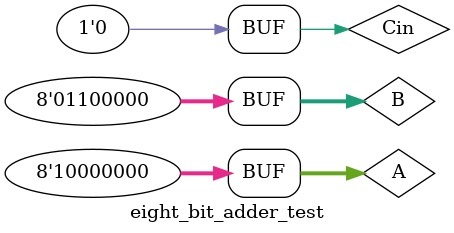
<source format=v>
module eight_bit_adder_test;

    // Taking the inputs
    reg [7:0] A;
    reg [7:0] B;
    reg Cin;

    // Taking the outputs
    wire [7:0] Sum;
    wire Carry;

    eight_bit_adder ADDER (A, B, Cin, Sum, Carry);

    // Displaying the output
    always @ (A or B or Cin or Sum or Carry) begin
        $display("<%d>: Input_A = %b, Input_B = %b, Input_Cin = %b, Sum = %b, Carry = %b",$time,A,B,Cin,Sum,Carry);
    end


    initial begin
        A = 1; B = 1; Cin = 0;
        #1 
        $display("\n");
        A = 200; B = 200; Cin = 1;
        #1 
        $display("\n");
        A = 32; B = 6; Cin = 1;
        #1
        $display("\n");
        A = 26; B = 5; Cin = 1;
        #1
        $display("\n");
        A = 64; B = 64; Cin = 0;
        #1
        $display("\n");
        A = 43; B = 4; Cin = 0;
        #1
        $display("\n");
        A = 65; B = 43; Cin = 0;
        #1
        $display("\n");
        A = 128; B = 128; Cin = 1;
        #1
        $display("\n");
        A = 5; B = 220; Cin = 0;
        #1
        $display("\n");
        A = 128; B = 96; Cin = 0;
    end

endmodule
</source>
